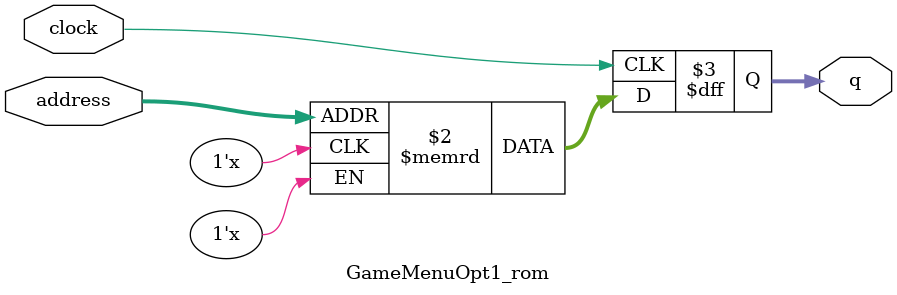
<source format=sv>
module GameMenuOpt1_rom (
	input logic clock,
	input logic [18:0] address,
	output logic [2:0] q
);

logic [2:0] memory [0:307199] /* synthesis ram_init_file = "./GameMenuOpt1/GameMenuOpt1.COE" */;

always_ff @ (posedge clock) begin
	q <= memory[address];
end

endmodule

</source>
